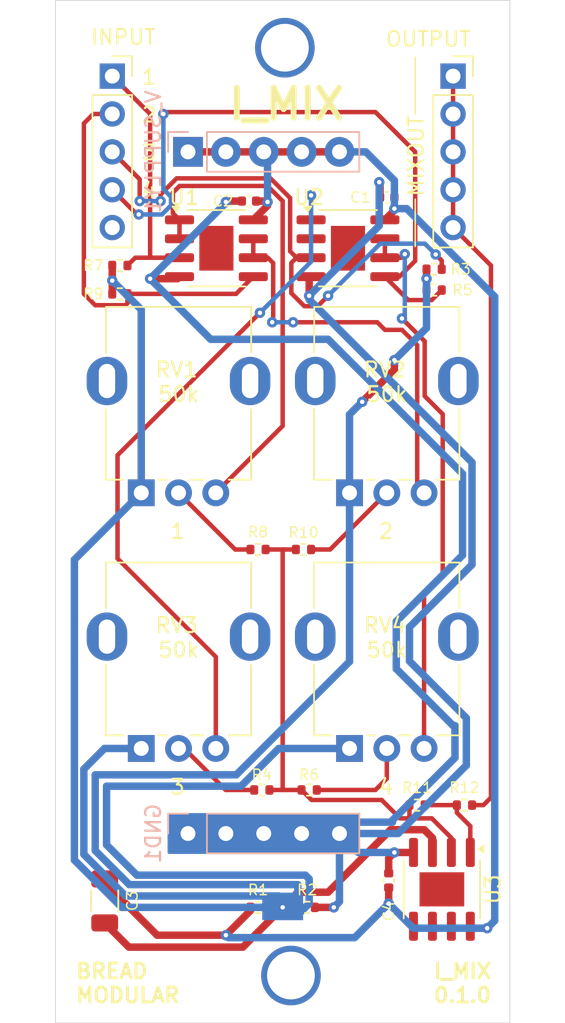
<source format=kicad_pcb>
(kicad_pcb (version 20240108) (generator "pcbnew") (generator_version "8.0")
  (layers (0 "F.Cu" signal) (31 "B.Cu" signal) (34 "B.Paste" user) (35 "F.Paste" user) (36 "B.SilkS" user "B.Silkscreen") (37 "F.SilkS" user "F.Silkscreen") (38 "B.Mask" user) (39 "F.Mask" user) (44 "Edge.Cuts" user))
  (net 0 "")
  (net 1 "GND")
  (net 2 "V_MID")
  (net 3 "IN_3")
  (net 4 "IN_4")
  (net 5 "IN_1")
  (net 7 "IN_2")
  (net 8 "MIXOUT")
  (net 9 "Net-(R4-Pad1)")
  (net 10 "Net-(U3A--)")
  (net 11 "Net-(R6-Pad1)")
  (net 12 "V_SUPPLY")
  (net 13 "Net-(R8-Pad1)")
  (net 14 "Net-(R10-Pad1)")
  (net 15 "Net-(R11-Pad2)")
  (net 16 "Net-(U1A--)")
  (net 17 "Net-(U1B--)")
  (net 18 "Net-(U2A--)")
  (net 19 "Net-(U2B--)")
  (footprint "Package_SO:SOIC-8-1EP_3.9x4.9mm_P1.27mm_EP2.29x3mm" (layer "F.Cu") (at 72.91 100.265 -90)
    (property "Reference" "U3" (at 0 -3.4 90) (layer "F.SilkS"))
    (property "Value" "MCP6002-xSN")
    (pad "1" smd roundrect (at -2.475 -1.905 270) (size 1.95 0.6) (layers "F.Cu" "F.Paste" "F.Mask") (net 15 "Net-(R11-Pad2)"))
    (pad "2" smd roundrect (at -2.475 -0.635 270) (size 1.95 0.6) (layers "F.Cu" "F.Paste" "F.Mask") (net 10 "Net-(U3A--)"))
    (pad "3" smd roundrect (at -2.475 0.635 270) (size 1.95 0.6) (layers "F.Cu" "F.Paste" "F.Mask") (net 2 "V_MID"))
    (pad "4" smd roundrect (at -2.475 1.905 270) (size 1.95 0.6) (layers "F.Cu" "F.Paste" "F.Mask") (net 1 "GND"))
    (pad "5" smd roundrect (at 2.475 1.905 270) (size 1.95 0.6) (layers "F.Cu" "F.Paste" "F.Mask"))
    (pad "6" smd roundrect (at 2.475 0.635 270) (size 1.95 0.6) (layers "F.Cu" "F.Paste" "F.Mask"))
    (pad "7" smd roundrect (at 2.475 -0.635 270) (size 1.95 0.6) (layers "F.Cu" "F.Paste" "F.Mask"))
    (pad "8" smd roundrect (at 2.475 -1.905 270) (size 1.95 0.6) (layers "F.Cu" "F.Paste" "F.Mask") (net 12 "V_SUPPLY"))
    (pad "9" smd rect (at 0 0 270) (size 2.29 3) (property pad_prop_heatsink) (layers "F.Cu" "F.Mask"))
  )
  (footprint "Capacitor_SMD:C_0402_1005Metric" (layer "F.Cu") (at 59.972 54.102 180)
    (property "Reference" "C2" (at 1.75 0 360) (layer "F.SilkS") (effects (font (size 0.7 0.7) (thickness 0.1))))
    (property "Value" "0.1uf")
    (pad "1" smd roundrect (at -0.48 0 180) (size 0.56 0.62) (layers "F.Cu" "F.Paste" "F.Mask") (net 12 "V_SUPPLY"))
    (pad "2" smd roundrect (at 0.48 0 180) (size 0.56 0.62) (layers "F.Cu" "F.Paste" "F.Mask") (net 1 "GND"))
  )
  (footprint "BreadModular_Pots:Potentiometer_RV09" (layer "F.Cu") (at 55.372 83.823)
    (property "Reference" "RV3" (at -0.254 -1.27 180) (layer "F.SilkS"))
    (property "Value" "50k" (at -0.127 0.381 180) (layer "F.SilkS"))
    (pad "" thru_hole oval (at -4.927 -0.508 180) (size 2.72 3.24) (drill oval 1.1 2.3) (layers "*.Cu" "*.Mask"))
    (pad "" thru_hole oval (at 4.673 -0.508 180) (size 2.72 3.24) (drill oval 1.1 2.3) (layers "*.Cu" "*.Mask"))
    (pad "1" thru_hole rect (at -2.627 6.992 180) (size 1.8 1.8) (drill 1) (layers "*.Cu" "*.Mask") (net 2 "V_MID"))
    (pad "2" thru_hole circle (at -0.127 6.992 180) (size 1.8 1.8) (drill 1) (layers "*.Cu" "*.Mask") (net 9 "Net-(R4-Pad1)"))
    (pad "3" thru_hole circle (at 2.373 6.992 180) (size 1.8 1.8) (drill 1) (layers "*.Cu" "*.Mask") (net 18 "Net-(U2A--)"))
  )
  (footprint "Package_SO:SOIC-8-1EP_3.9x4.9mm_P1.27mm_EP2.29x3mm" (layer "F.Cu") (at 57.785 57.265)
    (property "Reference" "U1" (at -2.159 -3.417 0) (layer "F.SilkS"))
    (property "Value" "MCP6002-xSN")
    (pad "1" smd roundrect (at -2.475 -1.905) (size 1.95 0.6) (layers "F.Cu" "F.Paste" "F.Mask") (net 16 "Net-(U1A--)"))
    (pad "2" smd roundrect (at -2.475 -0.635) (size 1.95 0.6) (layers "F.Cu" "F.Paste" "F.Mask") (net 16 "Net-(U1A--)"))
    (pad "3" smd roundrect (at -2.475 0.635) (size 1.95 0.6) (layers "F.Cu" "F.Paste" "F.Mask") (net 5 "IN_1"))
    (pad "4" smd roundrect (at -2.475 1.905) (size 1.95 0.6) (layers "F.Cu" "F.Paste" "F.Mask") (net 1 "GND"))
    (pad "5" smd roundrect (at 2.475 1.905) (size 1.95 0.6) (layers "F.Cu" "F.Paste" "F.Mask") (net 7 "IN_2"))
    (pad "6" smd roundrect (at 2.475 0.635) (size 1.95 0.6) (layers "F.Cu" "F.Paste" "F.Mask") (net 17 "Net-(U1B--)"))
    (pad "7" smd roundrect (at 2.475 -0.635) (size 1.95 0.6) (layers "F.Cu" "F.Paste" "F.Mask") (net 17 "Net-(U1B--)"))
    (pad "8" smd roundrect (at 2.475 -1.905) (size 1.95 0.6) (layers "F.Cu" "F.Paste" "F.Mask") (net 12 "V_SUPPLY"))
    (pad "9" smd rect (at 0 0) (size 2.29 3) (property pad_prop_heatsink) (layers "F.Cu" "F.Mask"))
  )
  (footprint "Capacitor_SMD:C_1206_3216Metric" (layer "F.Cu") (at 50.292 101.043 -90)
    (property "Reference" "C3" (at 0 -1.85 90) (layer "F.SilkS") (effects (font (size 0.7 0.7) (thickness 0.1))))
    (property "Value" "100uf")
    (pad "1" smd roundrect (at -1.475 0 270) (size 1.15 1.8) (layers "F.Cu" "F.Paste" "F.Mask") (roundrect_rratio 0.217391) (net 12 "V_SUPPLY"))
    (pad "2" smd roundrect (at 1.475 0 270) (size 1.15 1.8) (layers "F.Cu" "F.Paste" "F.Mask") (roundrect_rratio 0.217391) (net 2 "V_MID"))
  )
  (footprint "Resistor_SMD:R_0402_1005Metric" (layer "F.Cu") (at 60.577 77.47)
    (property "Reference" "R8" (at 0 -1.17 0) (layer "F.SilkS") (effects (font (size 0.7 0.7) (thickness 0.1))))
    (property "Value" "200k")
    (pad "1" smd roundrect (at -0.51 0) (size 0.54 0.64) (layers "F.Cu" "F.Paste" "F.Mask") (net 13 "Net-(R8-Pad1)"))
    (pad "2" smd roundrect (at 0.51 0) (size 0.54 0.64) (layers "F.Cu" "F.Paste" "F.Mask") (net 10 "Net-(U3A--)"))
  )
  (footprint "Capacitor_SMD:C_0402_1005Metric" (layer "F.Cu") (at 69.342 99.667 90)
    (property "Reference" "C4" (at -2.06 0 90) (layer "F.SilkS") (effects (font (size 0.7 0.7) (thickness 0.1))))
    (property "Value" "0.1uf")
    (pad "1" smd roundrect (at -0.48 0 90) (size 0.56 0.62) (layers "F.Cu" "F.Paste" "F.Mask") (net 12 "V_SUPPLY"))
    (pad "2" smd roundrect (at 0.48 0 90) (size 0.56 0.62) (layers "F.Cu" "F.Paste" "F.Mask") (net 1 "GND"))
  )
  (footprint "Resistor_SMD:R_0402_1005Metric" (layer "F.Cu") (at 74.424 94.615)
    (property "Reference" "R12" (at 0 -1.17 0) (layer "F.SilkS") (effects (font (size 0.7 0.7) (thickness 0.1))))
    (property "Value" "1k")
    (pad "1" smd roundrect (at -0.51 0) (size 0.54 0.64) (layers "F.Cu" "F.Paste" "F.Mask") (net 15 "Net-(R11-Pad2)"))
    (pad "2" smd roundrect (at 0.51 0) (size 0.54 0.64) (layers "F.Cu" "F.Paste" "F.Mask") (net 8 "MIXOUT"))
  )
  (footprint "BreadModular_Pots:Potentiometer_RV09" (layer "F.Cu") (at 69.342 66.678)
    (property "Reference" "RV2" (at -0.254 -1.27 180) (layer "F.SilkS"))
    (property "Value" "50k" (at -0.127 0.381 180) (layer "F.SilkS"))
    (pad "" thru_hole oval (at -4.927 -0.508 180) (size 2.72 3.24) (drill oval 1.1 2.3) (layers "*.Cu" "*.Mask"))
    (pad "" thru_hole oval (at 4.673 -0.508 180) (size 2.72 3.24) (drill oval 1.1 2.3) (layers "*.Cu" "*.Mask"))
    (pad "1" thru_hole rect (at -2.627 6.992 180) (size 1.8 1.8) (drill 1) (layers "*.Cu" "*.Mask") (net 2 "V_MID"))
    (pad "2" thru_hole circle (at -0.127 6.992 180) (size 1.8 1.8) (drill 1) (layers "*.Cu" "*.Mask") (net 14 "Net-(R10-Pad1)"))
    (pad "3" thru_hole circle (at 2.373 6.992 180) (size 1.8 1.8) (drill 1) (layers "*.Cu" "*.Mask") (net 17 "Net-(U1B--)"))
  )
  (footprint "Resistor_SMD:R_0402_1005Metric" (layer "F.Cu") (at 60.831 93.599)
    (property "Reference" "R4" (at -0.002 -1.016 0) (layer "F.SilkS") (effects (font (size 0.7 0.7) (thickness 0.1))))
    (property "Value" "200k")
    (pad "1" smd roundrect (at -0.51 0) (size 0.54 0.64) (layers "F.Cu" "F.Paste" "F.Mask") (net 9 "Net-(R4-Pad1)"))
    (pad "2" smd roundrect (at 0.51 0) (size 0.54 0.64) (layers "F.Cu" "F.Paste" "F.Mask") (net 10 "Net-(U3A--)"))
  )
  (footprint "Resistor_SMD:R_0402_1005Metric" (layer "F.Cu") (at 72.388 60.071)
    (property "Reference" "R5" (at 1.903 0 0) (layer "F.SilkS") (effects (font (size 0.7 0.7) (thickness 0.1))))
    (property "Value" "1M")
    (pad "1" smd roundrect (at -0.51 0) (size 0.54 0.64) (layers "F.Cu" "F.Paste" "F.Mask") (net 2 "V_MID"))
    (pad "2" smd roundrect (at 0.51 0) (size 0.54 0.64) (layers "F.Cu" "F.Paste" "F.Mask") (net 4 "IN_4"))
  )
  (footprint "Connector_PinSocket_2.54mm:PinSocket_1x05_P2.54mm_Vertical" (layer "F.Cu") (at 50.8 45.72)
    (property "Reference" "INPUT1")
    (property "Value" "Conn_01x05_Socket")
    (pad "1" thru_hole rect (at 0 0) (size 1.7 1.7) (drill 1) (layers "*.Cu" "*.Mask") (net 5 "IN_1"))
    (pad "2" thru_hole oval (at 0 2.54) (size 1.7 1.7) (drill 1) (layers "*.Cu" "*.Mask") (net 7 "IN_2"))
    (pad "3" thru_hole oval (at 0 5.08) (size 1.7 1.7) (drill 1) (layers "*.Cu" "*.Mask") (net 3 "IN_3"))
    (pad "4" thru_hole oval (at 0 7.62) (size 1.7 1.7) (drill 1) (layers "*.Cu" "*.Mask") (net 4 "IN_4"))
    (pad "5" thru_hole oval (at 0 10.16) (size 1.7 1.7) (drill 1) (layers "*.Cu" "*.Mask"))
  )
  (footprint "Resistor_SMD:R_0402_1005Metric" (layer "F.Cu") (at 51.31 58.42)
    (property "Reference" "R7" (at -1.78 0 0) (layer "F.SilkS") (effects (font (size 0.7 0.7) (thickness 0.1))))
    (property "Value" "1M")
    (pad "1" smd roundrect (at -0.51 0) (size 0.54 0.64) (layers "F.Cu" "F.Paste" "F.Mask") (net 2 "V_MID"))
    (pad "2" smd roundrect (at 0.51 0) (size 0.54 0.64) (layers "F.Cu" "F.Paste" "F.Mask") (net 5 "IN_1"))
  )
  (footprint "Capacitor_SMD:C_0402_1005Metric" (layer "F.Cu") (at 69.243 53.848 180)
    (property "Reference" "C1" (at 1.806 0 360) (layer "F.SilkS") (effects (font (size 0.7 0.7) (thickness 0.1))))
    (property "Value" "0.1uf")
    (pad "1" smd roundrect (at -0.48 0 180) (size 0.56 0.62) (layers "F.Cu" "F.Paste" "F.Mask") (net 12 "V_SUPPLY"))
    (pad "2" smd roundrect (at 0.48 0 180) (size 0.56 0.62) (layers "F.Cu" "F.Paste" "F.Mask") (net 1 "GND"))
  )
  (footprint "Resistor_SMD:R_0402_1005Metric" (layer "F.Cu") (at 63.879 101.473)
    (property "Reference" "R2" (at 0 -1.17 0) (layer "F.SilkS") (effects (font (size 0.7 0.7) (thickness 0.1))))
    (property "Value" "1k")
    (pad "1" smd roundrect (at -0.51 0) (size 0.54 0.64) (layers "F.Cu" "F.Paste" "F.Mask") (net 2 "V_MID"))
    (pad "2" smd roundrect (at 0.51 0) (size 0.54 0.64) (layers "F.Cu" "F.Paste" "F.Mask") (net 1 "GND"))
  )
  (footprint "Resistor_SMD:R_0402_1005Metric" (layer "F.Cu") (at 60.577 101.473)
    (property "Reference" "R1" (at 0 -1.17 0) (layer "F.SilkS") (effects (font (size 0.7 0.7) (thickness 0.1))))
    (property "Value" "1k")
    (pad "1" smd roundrect (at -0.51 0) (size 0.54 0.64) (layers "F.Cu" "F.Paste" "F.Mask") (net 12 "V_SUPPLY"))
    (pad "2" smd roundrect (at 0.51 0) (size 0.54 0.64) (layers "F.Cu" "F.Paste" "F.Mask") (net 2 "V_MID"))
  )
  (footprint "Resistor_SMD:R_0402_1005Metric" (layer "F.Cu") (at 72.388 58.674)
    (property "Reference" "R3" (at 1.778 0 0) (layer "F.SilkS") (effects (font (size 0.7 0.7) (thickness 0.1))))
    (property "Value" "1M")
    (pad "1" smd roundrect (at -0.51 0) (size 0.54 0.64) (layers "F.Cu" "F.Paste" "F.Mask") (net 2 "V_MID"))
    (pad "2" smd roundrect (at 0.51 0) (size 0.54 0.64) (layers "F.Cu" "F.Paste" "F.Mask") (net 3 "IN_3"))
  )
  (footprint "Package_SO:SOIC-8-1EP_3.9x4.9mm_P1.27mm_EP2.29x3mm" (layer "F.Cu") (at 66.61 57.265)
    (property "Reference" "U2" (at -2.602 -3.417 0) (layer "F.SilkS"))
    (property "Value" "MCP6002-xSN")
    (pad "1" smd roundrect (at -2.475 -1.905) (size 1.95 0.6) (layers "F.Cu" "F.Paste" "F.Mask") (net 18 "Net-(U2A--)"))
    (pad "2" smd roundrect (at -2.475 -0.635) (size 1.95 0.6) (layers "F.Cu" "F.Paste" "F.Mask") (net 18 "Net-(U2A--)"))
    (pad "3" smd roundrect (at -2.475 0.635) (size 1.95 0.6) (layers "F.Cu" "F.Paste" "F.Mask") (net 3 "IN_3"))
    (pad "4" smd roundrect (at -2.475 1.905) (size 1.95 0.6) (layers "F.Cu" "F.Paste" "F.Mask") (net 1 "GND"))
    (pad "5" smd roundrect (at 2.475 1.905) (size 1.95 0.6) (layers "F.Cu" "F.Paste" "F.Mask") (net 4 "IN_4"))
    (pad "6" smd roundrect (at 2.475 0.635) (size 1.95 0.6) (layers "F.Cu" "F.Paste" "F.Mask") (net 19 "Net-(U2B--)"))
    (pad "7" smd roundrect (at 2.475 -0.635) (size 1.95 0.6) (layers "F.Cu" "F.Paste" "F.Mask") (net 19 "Net-(U2B--)"))
    (pad "8" smd roundrect (at 2.475 -1.905) (size 1.95 0.6) (layers "F.Cu" "F.Paste" "F.Mask") (net 12 "V_SUPPLY"))
    (pad "9" smd rect (at 0 0) (size 2.29 3) (property pad_prop_heatsink) (layers "F.Cu" "F.Mask"))
  )
  (footprint "Resistor_SMD:R_0402_1005Metric" (layer "F.Cu") (at 51.31 60.325)
    (property "Reference" "R9" (at -1.78 0 0) (layer "F.SilkS") (effects (font (size 0.7 0.7) (thickness 0.1))))
    (property "Value" "1M")
    (pad "1" smd roundrect (at -0.51 0) (size 0.54 0.64) (layers "F.Cu" "F.Paste" "F.Mask") (net 2 "V_MID"))
    (pad "2" smd roundrect (at 0.51 0) (size 0.54 0.64) (layers "F.Cu" "F.Paste" "F.Mask") (net 7 "IN_2"))
  )
  (footprint "Resistor_SMD:R_0402_1005Metric" (layer "F.Cu") (at 64.006 93.599 180)
    (property "Reference" "R6" (at 0.002 1.016 360) (layer "F.SilkS") (effects (font (size 0.7 0.7) (thickness 0.1))))
    (property "Value" "200k")
    (pad "1" smd roundrect (at -0.51 0 180) (size 0.54 0.64) (layers "F.Cu" "F.Paste" "F.Mask") (net 11 "Net-(R6-Pad1)"))
    (pad "2" smd roundrect (at 0.51 0 180) (size 0.54 0.64) (layers "F.Cu" "F.Paste" "F.Mask") (net 10 "Net-(U3A--)"))
  )
  (footprint "Resistor_SMD:R_0402_1005Metric" (layer "F.Cu") (at 71.245 94.615)
    (property "Reference" "R11" (at 0 -1.17 0) (layer "F.SilkS") (effects (font (size 0.7 0.7) (thickness 0.1))))
    (property "Value" "200k")
    (pad "1" smd roundrect (at -0.51 0) (size 0.54 0.64) (layers "F.Cu" "F.Paste" "F.Mask") (net 10 "Net-(U3A--)"))
    (pad "2" smd roundrect (at 0.51 0) (size 0.54 0.64) (layers "F.Cu" "F.Paste" "F.Mask") (net 15 "Net-(R11-Pad2)"))
  )
  (footprint "Connector_PinSocket_2.54mm:PinSocket_1x05_P2.54mm_Vertical" (layer "F.Cu") (at 73.66 45.72)
    (property "Reference" "OUTPUT1")
    (property "Value" "Conn_01x05_Socket")
    (pad "1" thru_hole rect (at 0 0) (size 1.7 1.7) (drill 1) (layers "*.Cu" "*.Mask") (net 8 "MIXOUT"))
    (pad "2" thru_hole oval (at 0 2.54) (size 1.7 1.7) (drill 1) (layers "*.Cu" "*.Mask") (net 8 "MIXOUT"))
    (pad "3" thru_hole oval (at 0 5.08) (size 1.7 1.7) (drill 1) (layers "*.Cu" "*.Mask") (net 8 "MIXOUT"))
    (pad "4" thru_hole oval (at 0 7.62) (size 1.7 1.7) (drill 1) (layers "*.Cu" "*.Mask") (net 8 "MIXOUT"))
    (pad "5" thru_hole oval (at 0 10.16) (size 1.7 1.7) (drill 1) (layers "*.Cu" "*.Mask") (net 8 "MIXOUT"))
  )
  (footprint "BreadModular_Pots:Potentiometer_RV09" (layer "F.Cu") (at 69.342 83.823)
    (property "Reference" "RV4" (at -0.254 -1.27 180) (layer "F.SilkS"))
    (property "Value" "50k" (at -0.127 0.381 180) (layer "F.SilkS"))
    (pad "" thru_hole oval (at -4.927 -0.508 180) (size 2.72 3.24) (drill oval 1.1 2.3) (layers "*.Cu" "*.Mask"))
    (pad "" thru_hole oval (at 4.673 -0.508 180) (size 2.72 3.24) (drill oval 1.1 2.3) (layers "*.Cu" "*.Mask"))
    (pad "1" thru_hole rect (at -2.627 6.992 180) (size 1.8 1.8) (drill 1) (layers "*.Cu" "*.Mask") (net 2 "V_MID"))
    (pad "2" thru_hole circle (at -0.127 6.992 180) (size 1.8 1.8) (drill 1) (layers "*.Cu" "*.Mask") (net 11 "Net-(R6-Pad1)"))
    (pad "3" thru_hole circle (at 2.373 6.992 180) (size 1.8 1.8) (drill 1) (layers "*.Cu" "*.Mask") (net 19 "Net-(U2B--)"))
  )
  (footprint "Resistor_SMD:R_0402_1005Metric" (layer "F.Cu") (at 63.625 77.47 180)
    (property "Reference" "R10" (at -0.002 1.143 360) (layer "F.SilkS") (effects (font (size 0.7 0.7) (thickness 0.1))))
    (property "Value" "200k")
    (pad "1" smd roundrect (at -0.51 0 180) (size 0.54 0.64) (layers "F.Cu" "F.Paste" "F.Mask") (net 14 "Net-(R10-Pad1)"))
    (pad "2" smd roundrect (at 0.51 0 180) (size 0.54 0.64) (layers "F.Cu" "F.Paste" "F.Mask") (net 10 "Net-(U3A--)"))
  )
  (footprint "BreadModular_Pots:Potentiometer_RV09" (layer "F.Cu") (at 55.372 66.678)
    (property "Reference" "RV1" (at -0.254 -1.27 180) (layer "F.SilkS"))
    (property "Value" "50k" (at -0.127 0.381 180) (layer "F.SilkS"))
    (pad "" thru_hole oval (at -4.927 -0.508 180) (size 2.72 3.24) (drill oval 1.1 2.3) (layers "*.Cu" "*.Mask"))
    (pad "" thru_hole oval (at 4.673 -0.508 180) (size 2.72 3.24) (drill oval 1.1 2.3) (layers "*.Cu" "*.Mask"))
    (pad "1" thru_hole rect (at -2.627 6.992 180) (size 1.8 1.8) (drill 1) (layers "*.Cu" "*.Mask") (net 2 "V_MID"))
    (pad "2" thru_hole circle (at -0.127 6.992 180) (size 1.8 1.8) (drill 1) (layers "*.Cu" "*.Mask") (net 13 "Net-(R8-Pad1)"))
    (pad "3" thru_hole circle (at 2.373 6.992 180) (size 1.8 1.8) (drill 1) (layers "*.Cu" "*.Mask") (net 16 "Net-(U1A--)"))
  )
  (footprint "BreadModular_MISC:Power_Connector" (layer "B.Cu") (at 55.88 50.8 -90)
    (property "Reference" "V_SUPPLY1" (at 0 2.33 90) (layer "B.SilkS") (effects (justify mirror)))
    (property "Value" "Conn_01x05_Pin")
    (pad "1" thru_hole rect (at 0 0 270) (size 2 2) (drill 1) (layers "*.Cu" "*.Mask") (net 12 "V_SUPPLY"))
    (pad "2" thru_hole oval (at 0 -2.54 270) (size 2 2) (drill 1) (layers "*.Cu" "*.Mask") (net 12 "V_SUPPLY"))
    (pad "3" thru_hole oval (at 0 -5.08 270) (size 2 2) (drill 1) (layers "*.Cu" "*.Mask") (net 12 "V_SUPPLY"))
    (pad "4" thru_hole oval (at 0 -7.62 270) (size 2 2) (drill 1) (layers "*.Cu" "*.Mask") (net 12 "V_SUPPLY"))
    (pad "5" thru_hole oval (at 0 -10.16 270) (size 2 2) (drill 1) (layers "*.Cu" "*.Mask") (net 12 "V_SUPPLY"))
  )
  (footprint "BreadModular_MISC:Power_Connector" (layer "B.Cu") (at 55.88 96.52 -90)
    (property "Reference" "GND1" (at 0 2.33 90) (layer "B.SilkS") (effects (justify mirror)))
    (property "Value" "Conn_01x05_Pin")
    (pad "1" thru_hole rect (at 0 0 270) (size 2 2) (drill 1) (layers "*.Cu" "*.Mask") (net 1 "GND"))
    (pad "2" thru_hole oval (at 0 -2.54 270) (size 2 2) (drill 1) (layers "*.Cu" "*.Mask") (net 1 "GND"))
    (pad "3" thru_hole oval (at 0 -5.08 270) (size 2 2) (drill 1) (layers "*.Cu" "*.Mask") (net 1 "GND"))
    (pad "4" thru_hole oval (at 0 -7.62 270) (size 2 2) (drill 1) (layers "*.Cu" "*.Mask") (net 1 "GND"))
    (pad "5" thru_hole oval (at 0 -10.16 270) (size 2 2) (drill 1) (layers "*.Cu" "*.Mask") (net 1 "GND"))
  )
  (gr_poly (pts (xy 60.96 100.584) (xy 63.5 100.584) (xy 63.5 102.235) (xy 60.96 102.235)) (stroke (width 0.2)) (fill solid) (layer "B.Cu") (net 2))
  (gr_poly (pts (xy 54.61 97.79) (xy 67.31 97.79) (xy 67.31 95.25) (xy 54.61 95.25)) (stroke (width 0.2)) (fill solid) (layer "B.Cu") (net 1))
  (gr_line (start 71.12 53.975) (end 71.12 57.15) (stroke (width 0.1)) (layer "F.SilkS"))
  (gr_line (start 71.12 48.26) (end 71.12 44.45) (stroke (width 0.1)) (layer "F.SilkS"))
  (gr_line (start 46.99 109.22) (end 77.47 109.22) (stroke (width 0.05)) (layer "Edge.Cuts"))
  (gr_line (start 77.47 40.64) (end 46.99 40.64) (stroke (width 0.05)) (layer "Edge.Cuts"))
  (gr_line (start 46.99 40.64) (end 46.99 109.22) (stroke (width 0.05)) (layer "Edge.Cuts"))
  (gr_line (start 77.47 109.22) (end 77.47 40.64) (stroke (width 0.05)) (layer "Edge.Cuts"))
  (gr_text "1" (at 54.61 76.835 0) (layer "F.SilkS") (effects (font (size 1 1)) (justify left bottom)))
  (gr_text "1" (at 52.705 46.355 0) (layer "F.SilkS") (effects (font (size 1 1)) (justify left bottom)))
  (gr_text "3" (at 52.705 51.435 0) (layer "F.SilkS") (effects (font (size 1 1)) (justify left bottom)))
  (gr_text "INPUT" (at 49.276 43.688 0) (layer "F.SilkS") (effects (font (size 1 1)) (justify left bottom)))
  (gr_text "2" (at 68.58 76.835 0) (layer "F.SilkS") (effects (font (size 1 1)) (justify left bottom)))
  (gr_text "I_MIX\n0.1.0" (at 76.327 107.95 0) (layer "F.SilkS") (effects (font (size 1 1) (thickness 0.2) (bold yes)) (justify right bottom)))
  (gr_text "I_MIX" (at 62.484 48.768 0) (layer "F.SilkS") (effects (font (size 2 2) (thickness 0.4) (bold yes)) (justify bottom)))
  (gr_text "MIXOUT" (at 71.755 48.26 90) (layer "F.SilkS") (effects (font (size 1 1)) (justify right bottom)))
  (gr_text "4" (at 68.58 93.98 0) (layer "F.SilkS") (effects (font (size 1 1)) (justify left bottom)))
  (gr_text "4" (at 52.705 53.975 0) (layer "F.SilkS") (effects (font (size 1 1)) (justify left bottom)))
  (gr_text "2" (at 52.705 48.895 0) (layer "F.SilkS") (effects (font (size 1 1)) (justify left bottom)))
  (gr_text "3" (at 54.61 93.98 0) (layer "F.SilkS") (effects (font (size 1 1)) (justify left bottom)))
  (gr_text "OUTPUT" (at 74.93 43.815 0) (layer "F.SilkS") (effects (font (size 1 1)) (justify right bottom)))
  (gr_text "BREAD\nMODULAR" (at 48.26 107.95 0) (layer "F.SilkS") (effects (font (size 1 1) (thickness 0.2) (bold yes)) (justify left bottom)))
  (via (at 62.784908 106.045) (size 4) (drill 3.2) (layers "F.Cu" "B.Cu") (net 0))
  (via (at 62.37758 43.815) (size 4) (drill 3.2) (layers "F.Cu" "B.Cu") (net 0))
  (segment (start 55.88 96.52) (end 66.04 96.52) (width 0.5) (layer "F.Cu") (net 1))
  (segment (start 71.005 97.79) (end 69.723 97.79) (width 0.5) (layer "F.Cu") (net 1))
  (segment (start 68.763 52.888) (end 68.707 52.832) (width 0.5) (layer "F.Cu") (net 1))
  (segment (start 64.008 59.297) (end 64.135 59.17) (width 0.5) (layer "F.Cu") (net 1))
  (segment (start 69.342 98.171) (end 69.723 97.79) (width 0.5) (layer "F.Cu") (net 1))
  (segment (start 53.34 59.309) (end 55.171 59.309) (width 0.5) (layer "F.Cu") (net 1))
  (segment (start 69.342 99.187) (end 69.342 98.171) (width 0.5) (layer "F.Cu") (net 1))
  (segment (start 58.477 54.102) (end 58.42 54.159) (width 0.5) (layer "F.Cu") (net 1))
  (segment (start 55.171 59.309) (end 55.31 59.17) (width 0.5) (layer "F.Cu") (net 1))
  (segment (start 59.492 54.102) (end 58.477 54.102) (width 0.5) (layer "F.Cu") (net 1))
  (segment (start 68.763 53.848) (end 68.763 52.888) (width 0.5) (layer "F.Cu") (net 1))
  (segment (start 64.008 60.452) (end 64.008 59.297) (width 0.5) (layer "F.Cu") (net 1))
  (segment (start 64.389 101.473) (end 65.659 101.473) (width 0.5) (layer "F.Cu") (net 1))
  (via (at 65.659 101.473) (size 0.7) (drill 0.3) (layers "F.Cu" "B.Cu") (net 1))
  (via (at 53.34 59.309) (size 0.7) (drill 0.3) (layers "F.Cu" "B.Cu") (net 1))
  (via (at 69.723 97.79) (size 0.7) (drill 0.3) (layers "F.Cu" "B.Cu") (net 1))
  (via (at 64.008 60.452) (size 0.7) (drill 0.3) (layers "F.Cu" "B.Cu") (net 1))
  (via (at 68.707 52.832) (size 0.7) (drill 0.3) (layers "F.Cu" "B.Cu") (net 1))
  (via (at 58.42 54.159) (size 0.7) (drill 0.3) (layers "F.Cu" "B.Cu") (net 1))
  (segment (start 74.93 78.486) (end 70.739 82.677) (width 0.5) (layer "B.Cu") (net 1))
  (segment (start 74.549 88.773) (end 74.549 91.948) (width 0.5) (layer "B.Cu") (net 1))
  (segment (start 73.66 89.281) (end 73.787 89.281) (width 0.5) (layer "B.Cu") (net 1))
  (segment (start 66.04 101.092) (end 66.04 96.52) (width 0.5) (layer "B.Cu") (net 1))
  (segment (start 74.295 77.851) (end 69.85 82.296) (width 0.5) (layer "B.Cu") (net 1))
  (segment (start 68.707 55.753) (end 64.008 60.452) (width 0.5) (layer "B.Cu") (net 1))
  (segment (start 73.787 89.281) (end 73.787 91.44) (width 0.5) (layer "B.Cu") (net 1))
  (segment (start 64.008 60.452) (end 64.008 60.706) (width 0.5) (layer "B.Cu") (net 1))
  (segment (start 58.42 54.229) (end 53.34 59.309) (width 0.5) (layer "B.Cu") (net 1))
  (segment (start 69.596 95.758) (end 66.802 95.758) (width 0.5) (layer "B.Cu") (net 1))
  (segment (start 70.739 84.963) (end 74.549 88.773) (width 0.5) (layer "B.Cu") (net 1))
  (segment (start 74.295 72.39) (end 74.295 77.851) (width 0.5) (layer "B.Cu") (net 1))
  (segment (start 67.31 97.79) (end 66.04 96.52) (width 0.5) (layer "B.Cu") (net 1))
  (segment (start 53.34 59.309) (end 57.404 63.373) (width 0.5) (layer "B.Cu") (net 1))
  (segment (start 57.404 63.373) (end 65.278 63.373) (width 0.5) (layer "B.Cu") (net 1))
  (segment (start 74.93 71.628) (end 74.93 78.486) (width 0.5) (layer "B.Cu") (net 1))
  (segment (start 69.977 96.52) (end 60.96 96.52) (width 0.5) (layer "B.Cu") (net 1))
  (segment (start 73.787 91.44) (end 69.596 95.631) (width 0.5) (layer "B.Cu") (net 1))
  (segment (start 69.85 82.296) (end 69.85 85.471) (width 0.5) (layer "B.Cu") (net 1))
  (segment (start 60.325 95.885) (end 60.96 96.52) (width 0.5) (layer "B.Cu") (net 1))
  (segment (start 65.659 101.473) (end 66.04 101.092) (width 0.5) (layer "B.Cu") (net 1))
  (segment (start 68.707 52.832) (end 68.707 55.753) (width 0.5) (layer "B.Cu") (net 1))
  (segment (start 69.85 85.471) (end 73.66 89.281) (width 0.5) (layer "B.Cu") (net 1))
  (segment (start 70.739 82.677) (end 70.739 84.963) (width 0.5) (layer "B.Cu") (net 1))
  (segment (start 64.008 60.706) (end 74.93 71.628) (width 0.5) (layer "B.Cu") (net 1))
  (segment (start 58.42 54.159) (end 58.42 54.229) (width 0.5) (layer "B.Cu") (net 1))
  (segment (start 74.549 91.948) (end 69.977 96.52) (width 0.5) (layer "B.Cu") (net 1))
  (segment (start 69.596 95.631) (end 69.596 95.758) (width 0.5) (layer "B.Cu") (net 1))
  (segment (start 66.802 95.758) (end 66.04 96.52) (width 0.5) (layer "B.Cu") (net 1))
  (segment (start 65.278 63.373) (end 74.295 72.39) (width 0.5) (layer "B.Cu") (net 1))
  (segment (start 69.723 97.79) (end 67.31 97.79) (width 0.5) (layer "B.Cu") (net 1))
  (segment (start 63.246 100.457) (end 62.23 101.473) (width 0.5) (layer "F.Cu") (net 2))
  (segment (start 71.725999 96.266) (end 69.469 96.266) (width 0.5) (layer "F.Cu") (net 2))
  (segment (start 50.292 102.518) (end 51.914 104.14) (width 0.5) (layer "F.Cu") (net 2))
  (segment (start 61.087 101.473) (end 62.23 101.473) (width 0.5) (layer "F.Cu") (net 2))
  (segment (start 71.878 59.309) (end 71.878 58.674) (width 0.5) (layer "F.Cu") (net 2))
  (segment (start 72.275 97.79) (end 72.275 96.815001) (width 0.5) (layer "F.Cu") (net 2))
  (segment (start 65.278 100.457) (end 63.246 100.457) (width 0.5) (layer "F.Cu") (net 2))
  (segment (start 69.469 96.266) (end 65.278 100.457) (width 0.5) (layer "F.Cu") (net 2))
  (segment (start 69.723 64.77) (end 69.723 65.405) (width 0.5) (layer "F.Cu") (net 2))
  (segment (start 72.275 96.815001) (end 71.725999 96.266) (width 0.5) (layer "F.Cu") (net 2))
  (segment (start 50.8 58.42) (end 50.8 59.436) (width 0.5) (layer "F.Cu") (net 2))
  (segment (start 69.723 65.405) (end 67.564 67.564) (width 0.5) (layer "F.Cu") (net 2))
  (segment (start 51.914 104.14) (end 59.563 104.14) (width 0.5) (layer "F.Cu") (net 2))
  (segment (start 59.563 104.14) (end 62.23 101.473) (width 0.5) (layer "F.Cu") (net 2))
  (segment (start 50.8 59.436) (end 50.8 60.325) (width 0.5) (layer "F.Cu") (net 2))
  (segment (start 62.23 101.473) (end 63.369 101.473) (width 0.5) (layer "F.Cu") (net 2))
  (segment (start 71.878 60.071) (end 71.878 59.309) (width 0.5) (layer "F.Cu") (net 2))
  (via (at 71.878 59.309) (size 0.7) (drill 0.3) (layers "F.Cu" "B.Cu") (net 2))
  (via (at 69.723 64.77) (size 0.7) (drill 0.3) (layers "F.Cu" "B.Cu") (net 2))
  (via (at 67.564 67.564) (size 0.7) (drill 0.3) (layers "F.Cu" "B.Cu") (net 2))
  (via (at 62.23 101.473) (size 0.7) (drill 0.3) (layers "F.Cu" "B.Cu") (net 2))
  (via (at 50.8 59.436) (size 0.7) (drill 0.3) (layers "F.Cu" "B.Cu") (net 2))
  (segment (start 62.23 100.965) (end 61.976 100.711) (width 0.5) (layer "B.Cu") (net 2))
  (segment (start 64.008 99.568) (end 64.008 101.219) (width 0.5) (layer "B.Cu") (net 2))
  (segment (start 66.715 90.815) (end 61.966 90.815) (width 0.5) (layer "B.Cu") (net 2))
  (segment (start 66.715 73.67) (end 66.715 84.9865) (width 0.5) (layer "B.Cu") (net 2))
  (segment (start 63.246 99.949) (end 63.246 100.711) (width 0.5) (layer "B.Cu") (net 2))
  (segment (start 50.8 59.436) (end 52.745 61.381) (width 0.5) (layer "B.Cu") (net 2))
  (segment (start 49.657 92.583) (end 49.657 97.663) (width 0.5) (layer "B.Cu") (net 2))
  (segment (start 62.992 100.711) (end 62.23 101.473) (width 0.5) (layer "B.Cu") (net 2))
  (segment (start 64.008 101.219) (end 63.246 101.981) (width 0.5) (layer "B.Cu") (net 2))
  (segment (start 48.26 78.155) (end 48.26 98.298) (width 0.5) (layer "B.Cu") (net 2))
  (segment (start 67.564 67.564) (end 66.715 68.413) (width 0.5) (layer "B.Cu") (net 2))
  (segment (start 52.745 73.67) (end 48.26 78.155) (width 0.5) (layer "B.Cu") (net 2))
  (segment (start 62.23 101.473) (end 62.23 100.965) (width 0.5) (layer "B.Cu") (net 2))
  (segment (start 48.895 92.202) (end 50.282 90.815) (width 0.5) (layer "B.Cu") (net 2))
  (segment (start 66.715 68.413) (end 66.715 73.67) (width 0.5) (layer "B.Cu") (net 2))
  (segment (start 50.282 90.815) (end 52.745 90.815) (width 0.5) (layer "B.Cu") (net 2))
  (segment (start 62.738 101.981) (end 62.23 101.473) (width 0.5) (layer "B.Cu") (net 2))
  (segment (start 51.943 99.949) (end 63.246 99.949) (width 0.5) (layer "B.Cu") (net 2))
  (segment (start 50.419 97.282) (end 52.451 99.314) (width 0.5) (layer "B.Cu") (net 2))
  (segment (start 51.689 100.711) (end 48.895 97.917) (width 0.5) (layer "B.Cu") (net 2))
  (segment (start 49.657 97.663) (end 51.943 99.949) (width 0.5) (layer "B.Cu") (net 2))
  (segment (start 69.723 64.77) (end 71.878 62.615) (width 0.5) (layer "B.Cu") (net 2))
  (segment (start 61.976 100.711) (end 51.689 100.711) (width 0.5) (layer "B.Cu") (net 2))
  (segment (start 51.435 101.473) (end 62.23 101.473) (width 0.5) (layer "B.Cu") (net 2))
  (segment (start 48.26 98.298) (end 51.435 101.473) (width 0.5) (layer "B.Cu") (net 2))
  (segment (start 59.1185 92.583) (end 49.657 92.583) (width 0.5) (layer "B.Cu") (net 2))
  (segment (start 63.246 101.981) (end 62.738 101.981) (width 0.5) (layer "B.Cu") (net 2))
  (segment (start 52.745 61.381) (end 52.745 73.67) (width 0.5) (layer "B.Cu") (net 2))
  (segment (start 63.754 99.314) (end 64.008 99.568) (width 0.5) (layer "B.Cu") (net 2))
  (segment (start 71.878 62.615) (end 71.878 59.309) (width 0.5) (layer "B.Cu") (net 2))
  (segment (start 48.895 97.917) (end 48.895 92.202) (width 0.5) (layer "B.Cu") (net 2))
  (segment (start 61.966 90.815) (end 59.436 93.345) (width 0.5) (layer "B.Cu") (net 2))
  (segment (start 50.419 93.345) (end 50.419 97.282) (width 0.5) (layer "B.Cu") (net 2))
  (segment (start 63.246 100.711) (end 62.992 100.711) (width 0.5) (layer "B.Cu") (net 2))
  (segment (start 52.451 99.314) (end 63.754 99.314) (width 0.5) (layer "B.Cu") (net 2))
  (segment (start 59.436 93.345) (end 50.419 93.345) (width 0.5) (layer "B.Cu") (net 2))
  (segment (start 66.715 84.9865) (end 59.1185 92.583) (width 0.5) (layer "B.Cu") (net 2))
  (segment (start 55.118 52.578) (end 54.04 53.656) (width 0.3) (layer "F.Cu") (net 3))
  (segment (start 63.160001 57.9) (end 62.73 57.469999) (width 0.3) (layer "F.Cu") (net 3))
  (segment (start 72.898 58.674) (end 72.898 58.08785) (width 0.3) (layer "F.Cu") (net 3))
  (segment (start 64.578 61.152) (end 63.684 61.152) (width 0.3) (layer "F.Cu") (net 3))
  (segment (start 62.81 60.278) (end 62.81 58.250001) (width 0.3) (layer "F.Cu") (net 3))
  (segment (start 52.64 52.64) (end 50.8 50.8) (width 0.3) (layer "F.Cu") (net 3))
  (segment (start 54.04 53.656) (end 54.04 54.102) (width 0.3) (layer "F.Cu") (net 3))
  (segment (start 62.81 58.250001) (end 63.160001 57.9) (width 0.3) (layer "F.Cu") (net 3))
  (segment (start 63.160001 57.9) (end 64.135 57.9) (width 0.3) (layer "F.Cu") (net 3))
  (segment (start 61.413107 52.578) (end 55.118 52.578) (width 0.3) (layer "F.Cu") (net 3))
  (segment (start 62.73 57.469999) (end 62.73 53.894893) (width 0.3) (layer "F.Cu") (net 3))
  (segment (start 63.684 61.152) (end 62.81 60.278) (width 0.3) (layer "F.Cu") (net 3))
  (segment (start 72.898 58.08785) (end 72.492575 57.682425) (width 0.3) (layer "F.Cu") (net 3))
  (segment (start 65.278 60.452) (end 64.578 61.152) (width 0.3) (layer "F.Cu") (net 3))
  (segment (start 62.73 53.894893) (end 61.413107 52.578) (width 0.3) (layer "F.Cu") (net 3))
  (segment (start 52.64 54.102) (end 52.64 52.64) (width 0.3) (layer "F.Cu") (net 3))
  (via (at 54.04 54.102) (size 0.7) (drill 0.3) (layers "F.Cu" "B.Cu") (net 3))
  (via (at 72.492575 57.682425) (size 0.7) (drill 0.3) (layers "F.Cu" "B.Cu") (net 3))
  (via (at 52.64 54.102) (size 0.7) (drill 0.3) (layers "F.Cu" "B.Cu") (net 3))
  (via (at 65.278 60.452) (size 0.7) (drill 0.3) (layers "F.Cu" "B.Cu") (net 3))
  (segment (start 68.772 56.958) (end 65.278 60.452) (width 0.3) (layer "B.Cu") (net 3))
  (segment (start 71.76815 56.958) (end 68.772 56.958) (width 0.3) (layer "B.Cu") (net 3))
  (segment (start 72.492575 57.682425) (end 71.76815 56.958) (width 0.3) (layer "B.Cu") (net 3))
  (segment (start 54.04 54.102) (end 52.64 54.102) (width 0.3) (layer "B.Cu") (net 3))
  (segment (start 72.898 60.071) (end 72.228 60.741) (width 0.3) (layer "F.Cu") (net 4))
  (segment (start 52.459822 54.999822) (end 52.577385 54.999822) (width 0.3) (layer "F.Cu") (net 4))
  (segment (start 54.229 48.26) (end 54.356 48.133) (width 0.3) (layer "F.Cu") (net 4))
  (segment (start 71.12 50.8) (end 71.12 58.109999) (width 0.3) (layer "F.Cu") (net 4))
  (segment (start 50.8 53.34) (end 52.459822 54.999822) (width 0.3) (layer "F.Cu") (net 4))
  (segment (start 72.228 60.741) (end 70.656 60.741) (width 0.3) (layer "F.Cu") (net 4))
  (segment (start 54.356 48.133) (end 68.453 48.133) (width 0.3) (layer "F.Cu") (net 4))
  (segment (start 70.059999 59.17) (end 69.085 59.17) (width 0.3) (layer "F.Cu") (net 4))
  (segment (start 70.656 60.741) (end 69.085 59.17) (width 0.3) (layer "F.Cu") (net 4))
  (segment (start 68.453 48.133) (end 71.12 50.8) (width 0.3) (layer "F.Cu") (net 4))
  (segment (start 71.12 58.109999) (end 70.059999 59.17) (width 0.3) (layer "F.Cu") (net 4))
  (via (at 52.577385 54.999822) (size 0.7) (drill 0.3) (layers "F.Cu" "B.Cu") (net 4))
  (via (at 54.229 48.26) (size 0.7) (drill 0.3) (layers "F.Cu" "B.Cu") (net 4))
  (segment (start 54.229 48.26) (end 54.229 53.30105) (width 0.3) (layer "B.Cu") (net 4))
  (segment (start 54.74 54.39195) (end 54.132128 54.999822) (width 0.3) (layer "B.Cu") (net 4))
  (segment (start 54.132128 54.999822) (end 52.577385 54.999822) (width 0.3) (layer "B.Cu") (net 4))
  (segment (start 54.74 53.81205) (end 54.74 54.39195) (width 0.3) (layer "B.Cu") (net 4))
  (segment (start 54.229 53.30105) (end 54.74 53.81205) (width 0.3) (layer "B.Cu") (net 4))
  (segment (start 53.455 57.9) (end 55.31 57.9) (width 0.3) (layer "F.Cu") (net 5))
  (segment (start 53.34 57.785) (end 53.455 57.9) (width 0.3) (layer "F.Cu") (net 5))
  (segment (start 55.31 57.9) (end 52.34 57.9) (width 0.3) (layer "F.Cu") (net 5))
  (segment (start 52.34 57.9) (end 51.82 58.42) (width 0.3) (layer "F.Cu") (net 5))
  (segment (start 53.34 48.26) (end 53.34 57.785) (width 0.3) (layer "F.Cu") (net 5))
  (segment (start 50.8 45.72) (end 53.34 48.26) (width 0.3) (layer "F.Cu") (net 5))
  (segment (start 48.895 60.325) (end 48.895 48.895) (width 0.3) (layer "F.Cu") (net 7))
  (segment (start 49.53 48.26) (end 50.8 48.26) (width 0.3) (layer "F.Cu") (net 7))
  (segment (start 51.82 60.325) (end 51.82 60.956) (width 0.3) (layer "F.Cu") (net 7))
  (segment (start 49.657 61.087) (end 48.895 60.325) (width 0.3) (layer "F.Cu") (net 7))
  (segment (start 51.82 60.325) (end 59.105 60.325) (width 0.3) (layer "F.Cu") (net 7))
  (segment (start 59.105 60.325) (end 60.26 59.17) (width 0.3) (layer "F.Cu") (net 7))
  (segment (start 51.82 60.956) (end 51.689 61.087) (width 0.3) (layer "F.Cu") (net 7))
  (segment (start 51.689 61.087) (end 49.657 61.087) (width 0.3) (layer "F.Cu") (net 7))
  (segment (start 48.895 48.895) (end 49.53 48.26) (width 0.3) (layer "F.Cu") (net 7))
  (segment (start 76.2 94.111) (end 76.2 58.42) (width 0.3) (layer "F.Cu") (net 8))
  (segment (start 73.66 45.72) (end 73.66 55.88) (width 0.3) (layer "F.Cu") (net 8))
  (segment (start 76.2 94.111) (end 75.696 94.615) (width 0.3) (layer "F.Cu") (net 8))
  (segment (start 76.2 58.42) (end 73.66 55.88) (width 0.3) (layer "F.Cu") (net 8))
  (segment (start 75.696 94.615) (end 74.934 94.615) (width 0.3) (layer "F.Cu") (net 8))
  (segment (start 60.321 93.599) (end 58.406 93.599) (width 0.3) (layer "F.Cu") (net 9))
  (segment (start 58.406 93.599) (end 55.241 90.434) (width 0.3) (layer "F.Cu") (net 9))
  (segment (start 72.233999 95.504) (end 70.612 95.504) (width 0.3) (layer "F.Cu") (net 10))
  (segment (start 63.115 77.47) (end 62.357 77.47) (width 0.3) (layer "F.Cu") (net 10))
  (segment (start 70.612 95.504) (end 70.104 95.504) (width 0.3) (layer "F.Cu") (net 10))
  (segment (start 73.545 96.815001) (end 72.233999 95.504) (width 0.3) (layer "F.Cu") (net 10))
  (segment (start 62.23 77.47) (end 62.23 93.476) (width 0.3) (layer "F.Cu") (net 10))
  (segment (start 70.735 95.381) (end 70.735 94.615) (width 0.3) (layer "F.Cu") (net 10))
  (segment (start 68.869 94.269) (end 64.166 94.269) (width 0.3) (layer "F.Cu") (net 10))
  (segment (start 62.23 77.47) (end 61.087 77.47) (width 0.3) (layer "F.Cu") (net 10))
  (segment (start 62.23 93.476) (end 62.353 93.599) (width 0.3) (layer "F.Cu") (net 10))
  (segment (start 70.612 95.504) (end 70.735 95.381) (width 0.3) (layer "F.Cu") (net 10))
  (segment (start 61.341 93.599) (end 62.353 93.599) (width 0.3) (layer "F.Cu") (net 10))
  (segment (start 70.104 95.504) (end 68.869 94.269) (width 0.3) (layer "F.Cu") (net 10))
  (segment (start 62.357 77.47) (end 62.23 77.47) (width 0.3) (layer "F.Cu") (net 10))
  (segment (start 62.353 93.599) (end 63.496 93.599) (width 0.3) (layer "F.Cu") (net 10))
  (segment (start 64.166 94.269) (end 63.496 93.599) (width 0.3) (layer "F.Cu") (net 10))
  (segment (start 73.545 97.79) (end 73.545 96.815001) (width 0.3) (layer "F.Cu") (net 10))
  (segment (start 69.215 90.815) (end 69.215 92.837) (width 0.3) (layer "F.Cu") (net 11))
  (segment (start 69.215 92.837) (end 68.453 93.599) (width 0.3) (layer "F.Cu") (net 11))
  (segment (start 68.453 93.599) (end 64.516 93.599) (width 0.3) (layer "F.Cu") (net 11))
  (segment (start 69.723 54.61) (end 69.723 54.722) (width 0.5) (layer "F.Cu") (net 12))
  (segment (start 50.292 99.822) (end 50.292 99.568) (width 0.5) (layer "F.Cu") (net 12))
  (segment (start 75.946 102.87) (end 74.945 102.87) (width 0.5) (layer "F.Cu") (net 12))
  (segment (start 58.42 103.34) (end 53.81 103.34) (width 0.5) (layer "F.Cu") (net 12))
  (segment (start 53.81 103.34) (end 50.292 99.822) (width 0.5) (layer "F.Cu") (net 12))
  (segment (start 61.214 54.406) (end 60.26 55.36) (width 0.5) (layer "F.Cu") (net 12))
  (segment (start 69.342 100.147) (end 69.342 101.219) (width 0.5) (layer "F.Cu") (net 12))
  (segment (start 55.88 50.8) (end 66.04 50.8) (width 0.5) (layer "F.Cu") (net 12))
  (segment (start 60.452 54.102) (end 61.157 54.102) (width 0.5) (layer "F.Cu") (net 12))
  (segment (start 61.214 54.159) (end 61.214 54.406) (width 0.5) (layer "F.Cu") (net 12))
  (segment (start 69.723 53.848) (end 69.723 54.61) (width 0.5) (layer "F.Cu") (net 12))
  (segment (start 60.067 101.693) (end 58.42 103.34) (width 0.5) (layer "F.Cu") (net 12))
  (segment (start 60.067 101.473) (end 60.067 101.693) (width 0.5) (layer "F.Cu") (net 12))
  (segment (start 69.723 54.722) (end 69.085 55.36) (width 0.5) (layer "F.Cu") (net 12))
  (segment (start 74.945 102.87) (end 74.815 102.74) (width 0.5) (layer "F.Cu") (net 12))
  (segment (start 61.157 54.102) (end 61.214 54.159) (width 0.5) (layer "F.Cu") (net 12))
  (via (at 69.723 54.61) (size 0.7) (drill 0.3) (layers "F.Cu" "B.Cu") (net 12))
  (via (at 75.946 102.87) (size 0.7) (drill 0.3) (layers "F.Cu" "B.Cu") (net 12))
  (via (at 58.42 103.34) (size 0.7) (drill 0.3) (layers "F.Cu" "B.Cu") (net 12))
  (via (at 61.214 54.159) (size 0.7) (drill 0.3) (layers "F.Cu" "B.Cu") (net 12))
  (via (at 69.342 101.219) (size 0.7) (drill 0.3) (layers "F.Cu" "B.Cu") (net 12))
  (segment (start 58.585 103.505) (end 67.056 103.505) (width 0.5) (layer "B.Cu") (net 12))
  (segment (start 67.806371 50.8) (end 66.04 50.8) (width 0.5) (layer "B.Cu") (net 12))
  (segment (start 61.214 54.159) (end 61.214 51.054) (width 0.5) (layer "B.Cu") (net 12))
  (segment (start 69.723 52.716629) (end 67.806371 50.8) (width 0.5) (layer "B.Cu") (net 12))
  (segment (start 69.342 101.219) (end 70.993 102.87) (width 0.5) (layer "B.Cu") (net 12))
  (segment (start 75.946 102.87) (end 76.454 102.362) (width 0.5) (layer "B.Cu") (net 12))
  (segment (start 61.214 51.054) (end 60.96 50.8) (width 0.5) (layer "B.Cu") (net 12))
  (segment (start 76.454 60.512478) (end 70.551522 54.61) (width 0.5) (layer "B.Cu") (net 12))
  (segment (start 70.551522 54.61) (end 69.723 54.61) (width 0.5) (layer "B.Cu") (net 12))
  (segment (start 76.454 102.362) (end 76.454 60.512478) (width 0.5) (layer "B.Cu") (net 12))
  (segment (start 67.056 103.505) (end 69.342 101.219) (width 0.5) (layer "B.Cu") (net 12))
  (segment (start 69.723 54.61) (end 69.723 52.716629) (width 0.5) (layer "B.Cu") (net 12))
  (segment (start 70.993 102.87) (end 75.946 102.87) (width 0.5) (layer "B.Cu") (net 12))
  (segment (start 58.42 103.34) (end 58.585 103.505) (width 0.5) (layer "B.Cu") (net 12))
  (segment (start 59.045 77.47) (end 55.245 73.67) (width 0.3) (layer "F.Cu") (net 13))
  (segment (start 60.067 77.47) (end 59.045 77.47) (width 0.3) (layer "F.Cu") (net 13))
  (segment (start 65.415 77.47) (end 69.215 73.67) (width 0.3) (layer "F.Cu") (net 14))
  (segment (start 64.135 77.47) (end 65.415 77.47) (width 0.3) (layer "F.Cu") (net 14))
  (segment (start 74.815 96.024) (end 73.914 95.123) (width 0.3) (layer "F.Cu") (net 15))
  (segment (start 74.815 97.79) (end 74.815 96.024) (width 0.3) (layer "F.Cu") (net 15))
  (segment (start 73.914 95.123) (end 73.914 94.615) (width 0.3) (layer "F.Cu") (net 15))
  (segment (start 73.914 94.615) (end 71.755 94.615) (width 0.3) (layer "F.Cu") (net 15))
  (segment (start 55.31 55.36) (end 54.864 54.914) (width 0.3) (layer "F.Cu") (net 16))
  (segment (start 62.23 54.102) (end 62.23 69.185) (width 0.3) (layer "F.Cu") (net 16))
  (segment (start 55.31 55.36) (end 55.31 56.63) (width 0.3) (layer "F.Cu") (net 16))
  (segment (start 55.317106 53.086) (end 61.214 53.086) (width 0.3) (layer "F.Cu") (net 16))
  (segment (start 54.864 53.539106) (end 55.317106 53.086) (width 0.3) (layer "F.Cu") (net 16))
  (segment (start 62.23 69.185) (end 57.745 73.67) (width 0.3) (layer "F.Cu") (net 16))
  (segment (start 61.214 53.086) (end 62.23 54.102) (width 0.3) (layer "F.Cu") (net 16))
  (segment (start 54.864 54.914) (end 54.864 53.539106) (width 0.3) (layer "F.Cu") (net 16))
  (segment (start 68.58 62.23) (end 69.088 62.738) (width 0.3) (layer "F.Cu") (net 17))
  (segment (start 62.93 62.23) (end 68.58 62.23) (width 0.3) (layer "F.Cu") (net 17))
  (segment (start 69.088 62.738) (end 70.231 62.738) (width 0.3) (layer "F.Cu") (net 17))
  (segment (start 70.231 62.738) (end 71.255 63.762) (width 0.3) (layer "F.Cu") (net 17))
  (segment (start 71.255 73.21) (end 71.715 73.67) (width 0.3) (layer "F.Cu") (net 17))
  (segment (start 71.255 63.762) (end 71.255 73.21) (width 0.3) (layer "F.Cu") (net 17))
  (segment (start 60.26 57.9) (end 60.26 56.63) (width 0.3) (layer "F.Cu") (net 17))
  (segment (start 61.595 58.260001) (end 61.595 62.165) (width 0.3) (layer "F.Cu") (net 17))
  (segment (start 61.595 62.165) (end 61.53 62.23) (width 0.3) (layer "F.Cu") (net 17))
  (segment (start 60.26 57.9) (end 61.234999 57.9) (width 0.3) (layer "F.Cu") (net 17))
  (segment (start 61.234999 57.9) (end 61.595 58.260001) (width 0.3) (layer "F.Cu") (net 17))
  (via (at 61.53 62.23) (size 0.7) (drill 0.3) (layers "F.Cu" "B.Cu") (net 17))
  (via (at 62.93 62.23) (size 0.7) (drill 0.3) (layers "F.Cu" "B.Cu") (net 17))
  (segment (start 61.53 62.23) (end 62.93 62.23) (width 0.3) (layer "B.Cu") (net 17))
  (segment (start 64.135 55.36) (end 64.135 53.721) (width 0.3) (layer "F.Cu") (net 18))
  (segment (start 57.745 84.669) (end 57.745 90.815) (width 0.3) (layer "F.Cu") (net 18))
  (segment (start 51.153305 71.147695) (end 51.153305 78.077305) (width 0.3) (layer "F.Cu") (net 18))
  (segment (start 64.135 55.36) (end 64.135 56.63) (width 0.3) (layer "F.Cu") (net 18))
  (segment (start 60.706 61.595) (end 51.153305 71.147695) (width 0.3) (layer "F.Cu") (net 18))
  (segment (start 51.153305 78.077305) (end 57.745 84.669) (width 0.3) (layer "F.Cu") (net 18))
  (via (at 60.706 61.595) (size 0.7) (drill 0.3) (layers "F.Cu" "B.Cu") (net 18))
  (via (at 64.135 53.721) (size 0.7) (drill 0.3) (layers "F.Cu" "B.Cu") (net 18))
  (segment (start 64.135 53.721) (end 64.135 58.166) (width 0.3) (layer "B.Cu") (net 18))
  (segment (start 64.135 58.166) (end 60.706 61.595) (width 0.3) (layer "B.Cu") (net 18))
  (segment (start 70.231 61.976) (end 71.755 63.5) (width 0.3) (layer "F.Cu") (net 19))
  (segment (start 72.965 79.181) (end 71.715 80.431) (width 0.3) (layer "F.Cu") (net 19))
  (segment (start 71.715 80.431) (end 71.715 90.815) (width 0.3) (layer "F.Cu") (net 19))
  (segment (start 69.085 57.9) (end 70.178 57.9) (width 0.3) (layer "F.Cu") (net 19))
  (segment (start 69.085 56.63) (end 69.085 57.9) (width 0.3) (layer "F.Cu") (net 19))
  (segment (start 72.965 68.393) (end 72.965 79.181) (width 0.3) (layer "F.Cu") (net 19))
  (segment (start 70.178 57.9) (end 70.42 57.658) (width 0.3) (layer "F.Cu") (net 19))
  (segment (start 71.755 63.5) (end 71.755 67.183) (width 0.3) (layer "F.Cu") (net 19))
  (segment (start 71.755 67.183) (end 72.965 68.393) (width 0.3) (layer "F.Cu") (net 19))
  (via (at 70.231 61.976) (size 0.7) (drill 0.3) (layers "F.Cu" "B.Cu") (net 19))
  (via (at 70.42 57.658) (size 0.7) (drill 0.3) (layers "F.Cu" "B.Cu") (net 19))
  (segment (start 70.42 61.787) (end 70.42 57.658) (width 0.3) (layer "B.Cu") (net 19))
  (segment (start 70.231 61.976) (end 70.42 61.787) (width 0.3) (layer "B.Cu") (net 19))
)
</source>
